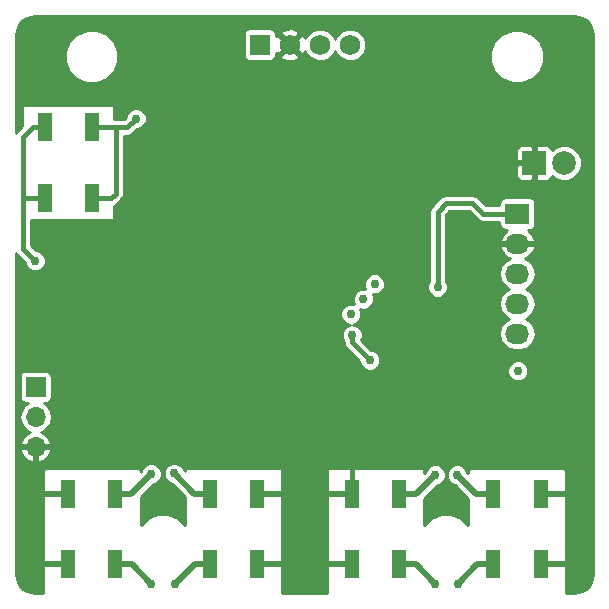
<source format=gtl>
G04 #@! TF.FileFunction,Copper,L1,Top,Signal*
%FSLAX46Y46*%
G04 Gerber Fmt 4.6, Leading zero omitted, Abs format (unit mm)*
G04 Created by KiCad (PCBNEW 4.0.2+dfsg1-stable) date Seg 16 Out 2017 09:01:32 BRST*
%MOMM*%
G01*
G04 APERTURE LIST*
%ADD10C,0.100000*%
%ADD11R,1.200000X2.400000*%
%ADD12R,2.032000X1.727200*%
%ADD13O,2.032000X1.727200*%
%ADD14C,1.727200*%
%ADD15R,1.727200X1.727200*%
%ADD16R,2.000000X2.000000*%
%ADD17C,2.000000*%
%ADD18C,0.762000*%
%ADD19R,1.700000X1.700000*%
%ADD20O,1.700000X1.700000*%
%ADD21C,0.508000*%
%ADD22C,0.381000*%
%ADD23C,0.254000*%
G04 APERTURE END LIST*
D10*
D11*
X37000000Y-40000000D03*
X33000000Y-40000000D03*
X37000000Y-46000000D03*
X33000000Y-46000000D03*
D12*
X73027600Y-47297400D03*
D13*
X73027600Y-49837400D03*
X73027600Y-52377400D03*
X73027600Y-54917400D03*
X73027600Y-57457400D03*
D14*
X56308000Y-33000000D03*
D15*
X51228000Y-33000000D03*
D14*
X58848000Y-33000000D03*
X53768000Y-33000000D03*
D16*
X74460000Y-43000000D03*
D17*
X77000000Y-43000000D03*
D18*
X60937200Y-53241000D03*
X59997400Y-54536400D03*
X58930600Y-55806400D03*
X73053000Y-60607000D03*
D11*
X39000000Y-71000000D03*
X35000000Y-71000000D03*
X39000000Y-77000000D03*
X35000000Y-77000000D03*
X47000000Y-77000000D03*
X51000000Y-77000000D03*
X47000000Y-71000000D03*
X51000000Y-71000000D03*
X63000000Y-71000000D03*
X59000000Y-71000000D03*
X63000000Y-77000000D03*
X59000000Y-77000000D03*
X71000000Y-77000000D03*
X75000000Y-77000000D03*
X71000000Y-71000000D03*
X75000000Y-71000000D03*
D19*
X32250000Y-61960000D03*
D20*
X32250000Y-64500000D03*
X32250000Y-67040000D03*
D18*
X36959600Y-50726400D03*
X31219200Y-56619200D03*
X67579740Y-44506347D03*
X65633022Y-43583047D03*
X65425000Y-46150000D03*
X64391600Y-32895600D03*
X69333235Y-32992684D03*
X77277181Y-32645407D03*
X77233772Y-37377048D03*
X54942800Y-57000200D03*
X48415000Y-57101800D03*
X43106400Y-54688800D03*
X61597600Y-62385000D03*
X61149686Y-64545425D03*
X44274800Y-61394400D03*
X44299943Y-64084947D03*
X78590200Y-45189200D03*
X78361600Y-51463000D03*
X78463200Y-58092400D03*
X78488600Y-65153600D03*
X49761200Y-37061200D03*
X44097000Y-38153400D03*
X59667200Y-42242800D03*
X55857200Y-38585200D03*
X32448024Y-33970921D03*
X44808200Y-34064000D03*
X68198051Y-47369920D03*
X77904400Y-70995600D03*
X32159000Y-70970200D03*
X77904400Y-77015400D03*
X55146000Y-71000000D03*
X55164908Y-77007313D03*
X32159000Y-77015400D03*
X60530800Y-59700200D03*
X59032200Y-57584400D03*
X66271200Y-53520400D03*
X42039600Y-78666400D03*
X42038728Y-69315737D03*
X44046200Y-78691800D03*
X43970000Y-69293800D03*
X66093400Y-78615600D03*
X66093400Y-69395400D03*
X67973000Y-78615600D03*
X67922200Y-69420800D03*
X32195289Y-51285200D03*
X40744200Y-39245600D03*
D21*
X75000000Y-77000000D02*
X77889000Y-77000000D01*
X77889000Y-77000000D02*
X77904400Y-77015400D01*
X75000000Y-71000000D02*
X77900000Y-71000000D01*
X77900000Y-71000000D02*
X77904400Y-70995600D01*
X51000000Y-77000000D02*
X55157595Y-77000000D01*
X55157595Y-77000000D02*
X55164908Y-77007313D01*
X59000000Y-77000000D02*
X55172221Y-77000000D01*
X55172221Y-77000000D02*
X55164908Y-77007313D01*
X59000000Y-71000000D02*
X55146000Y-71000000D01*
X51000000Y-71000000D02*
X55146000Y-71000000D01*
X35000000Y-77000000D02*
X32174400Y-77000000D01*
X32174400Y-77000000D02*
X32159000Y-77015400D01*
X35000000Y-71000000D02*
X32188800Y-71000000D01*
X32188800Y-71000000D02*
X32159000Y-70970200D01*
D22*
X30762000Y-66754081D02*
X30762000Y-57076400D01*
X30762000Y-57076400D02*
X31219200Y-56619200D01*
X32250000Y-67040000D02*
X31047919Y-67040000D01*
X31047919Y-67040000D02*
X30762000Y-66754081D01*
X65425000Y-46150000D02*
X67068653Y-44506347D01*
X67068653Y-44506347D02*
X67579740Y-44506347D01*
X77233772Y-32688816D02*
X77277181Y-32645407D01*
X77233772Y-37377048D02*
X77233772Y-32688816D01*
X74460000Y-40150820D02*
X76852773Y-37758047D01*
X74460000Y-43000000D02*
X74460000Y-40150820D01*
X76852773Y-37758047D02*
X77233772Y-37377048D01*
X48415000Y-57101800D02*
X54841200Y-57101800D01*
X54841200Y-57101800D02*
X54942800Y-57000200D01*
X44274800Y-61394400D02*
X44274800Y-55857200D01*
X44274800Y-55857200D02*
X43106400Y-54688800D01*
X61149686Y-64545425D02*
X61149686Y-62832914D01*
X61149686Y-62832914D02*
X61597600Y-62385000D01*
X60768687Y-64926424D02*
X61149686Y-64545425D01*
X59000000Y-66695111D02*
X60768687Y-64926424D01*
X59000000Y-71000000D02*
X59000000Y-66695111D01*
X78361600Y-51463000D02*
X78361600Y-45417800D01*
X78361600Y-45417800D02*
X78590200Y-45189200D01*
X78488600Y-65153600D02*
X78488600Y-58117800D01*
X78488600Y-58117800D02*
X78463200Y-58092400D01*
X44097000Y-38153400D02*
X45189200Y-37061200D01*
X45189200Y-37061200D02*
X49761200Y-37061200D01*
X50269200Y-37950200D02*
X55222200Y-37950200D01*
X55222200Y-37950200D02*
X55857200Y-38585200D01*
X46383000Y-34064000D02*
X50269200Y-37950200D01*
X44808200Y-34064000D02*
X46383000Y-34064000D01*
X68579050Y-47750919D02*
X68198051Y-47369920D01*
X70665531Y-49837400D02*
X68579050Y-47750919D01*
X73027600Y-49837400D02*
X70665531Y-49837400D01*
X77904400Y-70995600D02*
X77904400Y-77015400D01*
X32159000Y-70970200D02*
X32159000Y-77015400D01*
X55164908Y-71018908D02*
X55146000Y-71000000D01*
X59032200Y-58201600D02*
X60530800Y-59700200D01*
X59032200Y-57584400D02*
X59032200Y-58201600D01*
X69192200Y-46408400D02*
X70081200Y-47297400D01*
X70081200Y-47297400D02*
X73027600Y-47297400D01*
X66982400Y-46408400D02*
X69192200Y-46408400D01*
X66271200Y-47119600D02*
X66982400Y-46408400D01*
X66271200Y-53520400D02*
X66271200Y-47119600D01*
D21*
X39000000Y-77000000D02*
X40373200Y-77000000D01*
X40373200Y-77000000D02*
X42039600Y-78666400D01*
X39000000Y-71000000D02*
X40354465Y-71000000D01*
X40354465Y-71000000D02*
X42038728Y-69315737D01*
X47000000Y-71000000D02*
X45676200Y-71000000D01*
X45676200Y-71000000D02*
X43970000Y-69293800D01*
X47000000Y-77000000D02*
X45738000Y-77000000D01*
X45738000Y-77000000D02*
X44046200Y-78691800D01*
X63000000Y-77000000D02*
X64477800Y-77000000D01*
X64477800Y-77000000D02*
X66093400Y-78615600D01*
X63000000Y-71000000D02*
X64488800Y-71000000D01*
X64488800Y-71000000D02*
X66093400Y-69395400D01*
X71000000Y-77000000D02*
X69588600Y-77000000D01*
X69588600Y-77000000D02*
X67973000Y-78615600D01*
X71000000Y-71000000D02*
X69501400Y-71000000D01*
X69501400Y-71000000D02*
X67922200Y-69420800D01*
D22*
X31191025Y-40827975D02*
X31191025Y-46002000D01*
X31191025Y-46002000D02*
X31191025Y-50280936D01*
X33000000Y-46000000D02*
X32019000Y-46000000D01*
X32019000Y-46000000D02*
X32017000Y-46002000D01*
X32017000Y-46002000D02*
X31191025Y-46002000D01*
X33000000Y-40000000D02*
X32019000Y-40000000D01*
X32019000Y-40000000D02*
X31191025Y-40827975D01*
X31191025Y-50280936D02*
X32195289Y-51285200D01*
X39989800Y-40000000D02*
X39017000Y-40000000D01*
X39017000Y-40000000D02*
X37000000Y-40000000D01*
X38610600Y-46002000D02*
X39017000Y-45595600D01*
X39017000Y-45595600D02*
X39017000Y-40000000D01*
X37983000Y-46002000D02*
X38610600Y-46002000D01*
X37000000Y-46000000D02*
X37981000Y-46000000D01*
X37981000Y-46000000D02*
X37983000Y-46002000D01*
X40744200Y-39245600D02*
X39989800Y-40000000D01*
D23*
G36*
X77881385Y-30596317D02*
X78528136Y-30724964D01*
X78975871Y-31024131D01*
X79275036Y-31471863D01*
X79403682Y-32118615D01*
X79417000Y-32150768D01*
X79417000Y-77849232D01*
X79403682Y-77881385D01*
X79275036Y-78528137D01*
X78975871Y-78975869D01*
X78528136Y-79275036D01*
X77881385Y-79403683D01*
X77849235Y-79417000D01*
X77127000Y-79417000D01*
X77127000Y-69000000D01*
X77116994Y-68950590D01*
X77088553Y-68908965D01*
X77046159Y-68881685D01*
X77000000Y-68873000D01*
X69000000Y-68873000D01*
X68950590Y-68883006D01*
X68908965Y-68911447D01*
X68881685Y-68953841D01*
X68873000Y-69000000D01*
X68873000Y-69293970D01*
X68802609Y-69223579D01*
X68676297Y-68917880D01*
X68426436Y-68667582D01*
X68099809Y-68531954D01*
X67746143Y-68531646D01*
X67419280Y-68666703D01*
X67168982Y-68916564D01*
X67033354Y-69243191D01*
X67033046Y-69596857D01*
X67168103Y-69923720D01*
X67417964Y-70174018D01*
X67725481Y-70301711D01*
X68873000Y-71449230D01*
X68873000Y-73680187D01*
X68280724Y-73086877D01*
X67451114Y-72742393D01*
X66552826Y-72741609D01*
X65722617Y-73084644D01*
X65127000Y-73679223D01*
X65127000Y-71439430D01*
X66290621Y-70275809D01*
X66596320Y-70149497D01*
X66846618Y-69899636D01*
X66982246Y-69573009D01*
X66982554Y-69219343D01*
X66847497Y-68892480D01*
X66597636Y-68642182D01*
X66271009Y-68506554D01*
X65917343Y-68506246D01*
X65590480Y-68641303D01*
X65340182Y-68891164D01*
X65212489Y-69198681D01*
X65127000Y-69284170D01*
X65127000Y-69000000D01*
X65116994Y-68950590D01*
X65088553Y-68908965D01*
X65046159Y-68881685D01*
X65000000Y-68873000D01*
X57000000Y-68873000D01*
X56950590Y-68883006D01*
X56908965Y-68911447D01*
X56881685Y-68953841D01*
X56873000Y-69000000D01*
X56873000Y-79417000D01*
X53127000Y-79417000D01*
X53127000Y-69000000D01*
X53116994Y-68950590D01*
X53088553Y-68908965D01*
X53046159Y-68881685D01*
X53000000Y-68873000D01*
X45000000Y-68873000D01*
X44950590Y-68883006D01*
X44908965Y-68911447D01*
X44881685Y-68953841D01*
X44873000Y-69000000D01*
X44873000Y-69119170D01*
X44850409Y-69096579D01*
X44724097Y-68790880D01*
X44474236Y-68540582D01*
X44147609Y-68404954D01*
X43793943Y-68404646D01*
X43467080Y-68539703D01*
X43216782Y-68789564D01*
X43081154Y-69116191D01*
X43080846Y-69469857D01*
X43215903Y-69796720D01*
X43465764Y-70047018D01*
X43773281Y-70174711D01*
X44873000Y-71274430D01*
X44873000Y-73680187D01*
X44280724Y-73086877D01*
X43451114Y-72742393D01*
X42552826Y-72741609D01*
X41722617Y-73084644D01*
X41127000Y-73679223D01*
X41127000Y-71305095D01*
X42235950Y-70196146D01*
X42541648Y-70069834D01*
X42791946Y-69819973D01*
X42927574Y-69493346D01*
X42927882Y-69139680D01*
X42792825Y-68812817D01*
X42542964Y-68562519D01*
X42216337Y-68426891D01*
X41862671Y-68426583D01*
X41535808Y-68561640D01*
X41285510Y-68811501D01*
X41157818Y-69119016D01*
X41127000Y-69149834D01*
X41127000Y-69000000D01*
X41116994Y-68950590D01*
X41088553Y-68908965D01*
X41046159Y-68881685D01*
X41000000Y-68873000D01*
X33000000Y-68873000D01*
X32950590Y-68883006D01*
X32908965Y-68911447D01*
X32881685Y-68953841D01*
X32873000Y-69000000D01*
X32873000Y-79417000D01*
X32150768Y-79417000D01*
X32118615Y-79403682D01*
X31471863Y-79275036D01*
X31024131Y-78975871D01*
X30724964Y-78528136D01*
X30596317Y-77881385D01*
X30583000Y-77849235D01*
X30583000Y-67376943D01*
X30934465Y-67376943D01*
X31081513Y-67731976D01*
X31435266Y-68126463D01*
X31913055Y-68355546D01*
X32123000Y-68265059D01*
X32123000Y-67167000D01*
X32377000Y-67167000D01*
X32377000Y-68265059D01*
X32586945Y-68355546D01*
X33064734Y-68126463D01*
X33418487Y-67731976D01*
X33565535Y-67376943D01*
X33474431Y-67167000D01*
X32377000Y-67167000D01*
X32123000Y-67167000D01*
X31025569Y-67167000D01*
X30934465Y-67376943D01*
X30583000Y-67376943D01*
X30583000Y-64500000D01*
X30865395Y-64500000D01*
X30968767Y-65019684D01*
X31263144Y-65460251D01*
X31703711Y-65754628D01*
X31807192Y-65775212D01*
X31435266Y-65953537D01*
X31081513Y-66348024D01*
X30934465Y-66703057D01*
X31025569Y-66913000D01*
X32123000Y-66913000D01*
X32123000Y-66893000D01*
X32377000Y-66893000D01*
X32377000Y-66913000D01*
X33474431Y-66913000D01*
X33565535Y-66703057D01*
X33418487Y-66348024D01*
X33064734Y-65953537D01*
X32692808Y-65775212D01*
X32796289Y-65754628D01*
X33236856Y-65460251D01*
X33531233Y-65019684D01*
X33634605Y-64500000D01*
X33531233Y-63980316D01*
X33236856Y-63539749D01*
X32919879Y-63327952D01*
X33100000Y-63327952D01*
X33288253Y-63292530D01*
X33461153Y-63181272D01*
X33577145Y-63011512D01*
X33617952Y-62810000D01*
X33617952Y-61110000D01*
X33582530Y-60921747D01*
X33493286Y-60783057D01*
X72163846Y-60783057D01*
X72298903Y-61109920D01*
X72548764Y-61360218D01*
X72875391Y-61495846D01*
X73229057Y-61496154D01*
X73555920Y-61361097D01*
X73806218Y-61111236D01*
X73941846Y-60784609D01*
X73942154Y-60430943D01*
X73807097Y-60104080D01*
X73557236Y-59853782D01*
X73230609Y-59718154D01*
X72876943Y-59717846D01*
X72550080Y-59852903D01*
X72299782Y-60102764D01*
X72164154Y-60429391D01*
X72163846Y-60783057D01*
X33493286Y-60783057D01*
X33471272Y-60748847D01*
X33301512Y-60632855D01*
X33100000Y-60592048D01*
X31400000Y-60592048D01*
X31211747Y-60627470D01*
X31038847Y-60738728D01*
X30922855Y-60908488D01*
X30882048Y-61110000D01*
X30882048Y-62810000D01*
X30917470Y-62998253D01*
X31028728Y-63171153D01*
X31198488Y-63287145D01*
X31400000Y-63327952D01*
X31580121Y-63327952D01*
X31263144Y-63539749D01*
X30968767Y-63980316D01*
X30865395Y-64500000D01*
X30583000Y-64500000D01*
X30583000Y-55982457D01*
X58041446Y-55982457D01*
X58176503Y-56309320D01*
X58426364Y-56559618D01*
X58752991Y-56695246D01*
X58855926Y-56695336D01*
X58529280Y-56830303D01*
X58278982Y-57080164D01*
X58143354Y-57406791D01*
X58143046Y-57760457D01*
X58278103Y-58087320D01*
X58333700Y-58143014D01*
X58333700Y-58201600D01*
X58386870Y-58468905D01*
X58538286Y-58695514D01*
X59641713Y-59798941D01*
X59641646Y-59876257D01*
X59776703Y-60203120D01*
X60026564Y-60453418D01*
X60353191Y-60589046D01*
X60706857Y-60589354D01*
X61033720Y-60454297D01*
X61284018Y-60204436D01*
X61419646Y-59877809D01*
X61419954Y-59524143D01*
X61284897Y-59197280D01*
X61035036Y-58946982D01*
X60708409Y-58811354D01*
X60629713Y-58811285D01*
X59821110Y-58002682D01*
X59921046Y-57762009D01*
X59921354Y-57408343D01*
X59786297Y-57081480D01*
X59536436Y-56831182D01*
X59209809Y-56695554D01*
X59106874Y-56695464D01*
X59433520Y-56560497D01*
X59683818Y-56310636D01*
X59819446Y-55984009D01*
X59819754Y-55630343D01*
X59717451Y-55382750D01*
X59819791Y-55425246D01*
X60173457Y-55425554D01*
X60500320Y-55290497D01*
X60750618Y-55040636D01*
X60886246Y-54714009D01*
X60886554Y-54360343D01*
X60791326Y-54129874D01*
X61113257Y-54130154D01*
X61440120Y-53995097D01*
X61690418Y-53745236D01*
X61710672Y-53696457D01*
X65382046Y-53696457D01*
X65517103Y-54023320D01*
X65766964Y-54273618D01*
X66093591Y-54409246D01*
X66447257Y-54409554D01*
X66774120Y-54274497D01*
X67024418Y-54024636D01*
X67160046Y-53698009D01*
X67160354Y-53344343D01*
X67025297Y-53017480D01*
X66969700Y-52961786D01*
X66969700Y-52377400D01*
X71473743Y-52377400D01*
X71578150Y-52902289D01*
X71875475Y-53347268D01*
X72320454Y-53644593D01*
X72334566Y-53647400D01*
X72320454Y-53650207D01*
X71875475Y-53947532D01*
X71578150Y-54392511D01*
X71473743Y-54917400D01*
X71578150Y-55442289D01*
X71875475Y-55887268D01*
X72320454Y-56184593D01*
X72334566Y-56187400D01*
X72320454Y-56190207D01*
X71875475Y-56487532D01*
X71578150Y-56932511D01*
X71473743Y-57457400D01*
X71578150Y-57982289D01*
X71875475Y-58427268D01*
X72320454Y-58724593D01*
X72845343Y-58829000D01*
X73209857Y-58829000D01*
X73734746Y-58724593D01*
X74179725Y-58427268D01*
X74477050Y-57982289D01*
X74581457Y-57457400D01*
X74477050Y-56932511D01*
X74179725Y-56487532D01*
X73734746Y-56190207D01*
X73720634Y-56187400D01*
X73734746Y-56184593D01*
X74179725Y-55887268D01*
X74477050Y-55442289D01*
X74581457Y-54917400D01*
X74477050Y-54392511D01*
X74179725Y-53947532D01*
X73734746Y-53650207D01*
X73720634Y-53647400D01*
X73734746Y-53644593D01*
X74179725Y-53347268D01*
X74477050Y-52902289D01*
X74581457Y-52377400D01*
X74477050Y-51852511D01*
X74179725Y-51407532D01*
X73734746Y-51110207D01*
X73661565Y-51095650D01*
X73875615Y-51021152D01*
X74275667Y-50664844D01*
X74508913Y-50182565D01*
X74509027Y-50176480D01*
X74418103Y-49964400D01*
X73154600Y-49964400D01*
X73154600Y-49984400D01*
X72900600Y-49984400D01*
X72900600Y-49964400D01*
X71637097Y-49964400D01*
X71546173Y-50176480D01*
X71546287Y-50182565D01*
X71779533Y-50664844D01*
X72179585Y-51021152D01*
X72393635Y-51095650D01*
X72320454Y-51110207D01*
X71875475Y-51407532D01*
X71578150Y-51852511D01*
X71473743Y-52377400D01*
X66969700Y-52377400D01*
X66969700Y-47408928D01*
X67271728Y-47106900D01*
X68902872Y-47106900D01*
X69587286Y-47791314D01*
X69813895Y-47942730D01*
X70081200Y-47995900D01*
X71493648Y-47995900D01*
X71493648Y-48161000D01*
X71529070Y-48349253D01*
X71640328Y-48522153D01*
X71810088Y-48638145D01*
X72011600Y-48678952D01*
X72151174Y-48678952D01*
X71779533Y-49009956D01*
X71546287Y-49492235D01*
X71546173Y-49498320D01*
X71637097Y-49710400D01*
X72900600Y-49710400D01*
X72900600Y-49690400D01*
X73154600Y-49690400D01*
X73154600Y-49710400D01*
X74418103Y-49710400D01*
X74509027Y-49498320D01*
X74508913Y-49492235D01*
X74275667Y-49009956D01*
X73904026Y-48678952D01*
X74043600Y-48678952D01*
X74231853Y-48643530D01*
X74404753Y-48532272D01*
X74520745Y-48362512D01*
X74561552Y-48161000D01*
X74561552Y-46433800D01*
X74526130Y-46245547D01*
X74414872Y-46072647D01*
X74245112Y-45956655D01*
X74043600Y-45915848D01*
X72011600Y-45915848D01*
X71823347Y-45951270D01*
X71650447Y-46062528D01*
X71534455Y-46232288D01*
X71493648Y-46433800D01*
X71493648Y-46598900D01*
X70370528Y-46598900D01*
X69686114Y-45914486D01*
X69459505Y-45763070D01*
X69192200Y-45709900D01*
X66982400Y-45709900D01*
X66715095Y-45763070D01*
X66488486Y-45914486D01*
X65777286Y-46625686D01*
X65625870Y-46852295D01*
X65625870Y-46852296D01*
X65572700Y-47119600D01*
X65572700Y-52961542D01*
X65517982Y-53016164D01*
X65382354Y-53342791D01*
X65382046Y-53696457D01*
X61710672Y-53696457D01*
X61826046Y-53418609D01*
X61826354Y-53064943D01*
X61691297Y-52738080D01*
X61441436Y-52487782D01*
X61114809Y-52352154D01*
X60761143Y-52351846D01*
X60434280Y-52486903D01*
X60183982Y-52736764D01*
X60048354Y-53063391D01*
X60048046Y-53417057D01*
X60143274Y-53647526D01*
X59821343Y-53647246D01*
X59494480Y-53782303D01*
X59244182Y-54032164D01*
X59108554Y-54358791D01*
X59108246Y-54712457D01*
X59210549Y-54960050D01*
X59108209Y-54917554D01*
X58754543Y-54917246D01*
X58427680Y-55052303D01*
X58177382Y-55302164D01*
X58041754Y-55628791D01*
X58041446Y-55982457D01*
X30583000Y-55982457D01*
X30583000Y-50604072D01*
X30697111Y-50774850D01*
X31306202Y-51383941D01*
X31306135Y-51461257D01*
X31441192Y-51788120D01*
X31691053Y-52038418D01*
X32017680Y-52174046D01*
X32371346Y-52174354D01*
X32698209Y-52039297D01*
X32948507Y-51789436D01*
X33084135Y-51462809D01*
X33084443Y-51109143D01*
X32949386Y-50782280D01*
X32699525Y-50531982D01*
X32372898Y-50396354D01*
X32294202Y-50396285D01*
X31889525Y-49991608D01*
X31889525Y-47877000D01*
X38750000Y-47877000D01*
X38799410Y-47866994D01*
X38841035Y-47838553D01*
X38868315Y-47796159D01*
X38877000Y-47750000D01*
X38877000Y-46647510D01*
X38877905Y-46647330D01*
X39104514Y-46495914D01*
X39510914Y-46089514D01*
X39570725Y-46000000D01*
X39662330Y-45862904D01*
X39715500Y-45595600D01*
X39715500Y-43254000D01*
X72952000Y-43254000D01*
X72952000Y-44101047D01*
X73029338Y-44287758D01*
X73172241Y-44430661D01*
X73358952Y-44508000D01*
X74206000Y-44508000D01*
X74333000Y-44381000D01*
X74333000Y-43127000D01*
X73079000Y-43127000D01*
X72952000Y-43254000D01*
X39715500Y-43254000D01*
X39715500Y-41898953D01*
X72952000Y-41898953D01*
X72952000Y-42746000D01*
X73079000Y-42873000D01*
X74333000Y-42873000D01*
X74333000Y-41619000D01*
X74587000Y-41619000D01*
X74587000Y-42873000D01*
X74607000Y-42873000D01*
X74607000Y-43127000D01*
X74587000Y-43127000D01*
X74587000Y-44381000D01*
X74714000Y-44508000D01*
X75561048Y-44508000D01*
X75747759Y-44430661D01*
X75890662Y-44287758D01*
X75968000Y-44101047D01*
X75968000Y-44100694D01*
X76144672Y-44277674D01*
X76698724Y-44507737D01*
X77298644Y-44508261D01*
X77853097Y-44279165D01*
X78277674Y-43855328D01*
X78507737Y-43301276D01*
X78508261Y-42701356D01*
X78279165Y-42146903D01*
X77855328Y-41722326D01*
X77301276Y-41492263D01*
X76701356Y-41491739D01*
X76146903Y-41720835D01*
X75968000Y-41899426D01*
X75968000Y-41898953D01*
X75890662Y-41712242D01*
X75747759Y-41569339D01*
X75561048Y-41492000D01*
X74714000Y-41492000D01*
X74587000Y-41619000D01*
X74333000Y-41619000D01*
X74206000Y-41492000D01*
X73358952Y-41492000D01*
X73172241Y-41569339D01*
X73029338Y-41712242D01*
X72952000Y-41898953D01*
X39715500Y-41898953D01*
X39715500Y-40698500D01*
X39989800Y-40698500D01*
X40257105Y-40645330D01*
X40483714Y-40493914D01*
X40842941Y-40134687D01*
X40920257Y-40134754D01*
X41247120Y-39999697D01*
X41497418Y-39749836D01*
X41633046Y-39423209D01*
X41633354Y-39069543D01*
X41498297Y-38742680D01*
X41248436Y-38492382D01*
X40921809Y-38356754D01*
X40568143Y-38356446D01*
X40241280Y-38491503D01*
X39990982Y-38741364D01*
X39855354Y-39067991D01*
X39855285Y-39146687D01*
X39700472Y-39301500D01*
X38877000Y-39301500D01*
X38877000Y-38250000D01*
X38866994Y-38200590D01*
X38838553Y-38158965D01*
X38796159Y-38131685D01*
X38750000Y-38123000D01*
X31250000Y-38123000D01*
X31200590Y-38133006D01*
X31158965Y-38161447D01*
X31131685Y-38203841D01*
X31123000Y-38250000D01*
X31123000Y-39908172D01*
X30697111Y-40334061D01*
X30583000Y-40504839D01*
X30583000Y-34447174D01*
X34741609Y-34447174D01*
X35084644Y-35277383D01*
X35719276Y-35913123D01*
X36548886Y-36257607D01*
X37447174Y-36258391D01*
X38277383Y-35915356D01*
X38913123Y-35280724D01*
X39257607Y-34451114D01*
X39257610Y-34447174D01*
X70741609Y-34447174D01*
X71084644Y-35277383D01*
X71719276Y-35913123D01*
X72548886Y-36257607D01*
X73447174Y-36258391D01*
X74277383Y-35915356D01*
X74913123Y-35280724D01*
X75257607Y-34451114D01*
X75258391Y-33552826D01*
X74915356Y-32722617D01*
X74280724Y-32086877D01*
X73451114Y-31742393D01*
X72552826Y-31741609D01*
X71722617Y-32084644D01*
X71086877Y-32719276D01*
X70742393Y-33548886D01*
X70741609Y-34447174D01*
X39257610Y-34447174D01*
X39258391Y-33552826D01*
X38915356Y-32722617D01*
X38330161Y-32136400D01*
X49846448Y-32136400D01*
X49846448Y-33863600D01*
X49881870Y-34051853D01*
X49993128Y-34224753D01*
X50162888Y-34340745D01*
X50364400Y-34381552D01*
X52091600Y-34381552D01*
X52279853Y-34346130D01*
X52452753Y-34234872D01*
X52568745Y-34065112D01*
X52585095Y-33984372D01*
X52963233Y-33984372D01*
X53052141Y-34201360D01*
X53566373Y-34383859D01*
X54111300Y-34355678D01*
X54483859Y-34201360D01*
X54572767Y-33984372D01*
X53768000Y-33179605D01*
X52963233Y-33984372D01*
X52585095Y-33984372D01*
X52609552Y-33863600D01*
X52609552Y-33733442D01*
X52783628Y-33804767D01*
X53588395Y-33000000D01*
X53947605Y-33000000D01*
X54752372Y-33804767D01*
X54969360Y-33715859D01*
X55038831Y-33520108D01*
X55144536Y-33775934D01*
X55530037Y-34162108D01*
X56033975Y-34371361D01*
X56579631Y-34371837D01*
X57083934Y-34163464D01*
X57470108Y-33777963D01*
X57578007Y-33518113D01*
X57684536Y-33775934D01*
X58070037Y-34162108D01*
X58573975Y-34371361D01*
X59119631Y-34371837D01*
X59623934Y-34163464D01*
X60010108Y-33777963D01*
X60219361Y-33274025D01*
X60219837Y-32728369D01*
X60011464Y-32224066D01*
X59625963Y-31837892D01*
X59122025Y-31628639D01*
X58576369Y-31628163D01*
X58072066Y-31836536D01*
X57685892Y-32222037D01*
X57577993Y-32481887D01*
X57471464Y-32224066D01*
X57085963Y-31837892D01*
X56582025Y-31628639D01*
X56036369Y-31628163D01*
X55532066Y-31836536D01*
X55145892Y-32222037D01*
X55044639Y-32465882D01*
X54969360Y-32284141D01*
X54752372Y-32195233D01*
X53947605Y-33000000D01*
X53588395Y-33000000D01*
X52783628Y-32195233D01*
X52609552Y-32266558D01*
X52609552Y-32136400D01*
X52586828Y-32015628D01*
X52963233Y-32015628D01*
X53768000Y-32820395D01*
X54572767Y-32015628D01*
X54483859Y-31798640D01*
X53969627Y-31616141D01*
X53424700Y-31644322D01*
X53052141Y-31798640D01*
X52963233Y-32015628D01*
X52586828Y-32015628D01*
X52574130Y-31948147D01*
X52462872Y-31775247D01*
X52293112Y-31659255D01*
X52091600Y-31618448D01*
X50364400Y-31618448D01*
X50176147Y-31653870D01*
X50003247Y-31765128D01*
X49887255Y-31934888D01*
X49846448Y-32136400D01*
X38330161Y-32136400D01*
X38280724Y-32086877D01*
X37451114Y-31742393D01*
X36552826Y-31741609D01*
X35722617Y-32084644D01*
X35086877Y-32719276D01*
X34742393Y-33548886D01*
X34741609Y-34447174D01*
X30583000Y-34447174D01*
X30583000Y-32150765D01*
X30596317Y-32118615D01*
X30724964Y-31471864D01*
X31024131Y-31024129D01*
X31471863Y-30724964D01*
X32118615Y-30596318D01*
X32150768Y-30583000D01*
X77849235Y-30583000D01*
X77881385Y-30596317D01*
X77881385Y-30596317D01*
G37*
X77881385Y-30596317D02*
X78528136Y-30724964D01*
X78975871Y-31024131D01*
X79275036Y-31471863D01*
X79403682Y-32118615D01*
X79417000Y-32150768D01*
X79417000Y-77849232D01*
X79403682Y-77881385D01*
X79275036Y-78528137D01*
X78975871Y-78975869D01*
X78528136Y-79275036D01*
X77881385Y-79403683D01*
X77849235Y-79417000D01*
X77127000Y-79417000D01*
X77127000Y-69000000D01*
X77116994Y-68950590D01*
X77088553Y-68908965D01*
X77046159Y-68881685D01*
X77000000Y-68873000D01*
X69000000Y-68873000D01*
X68950590Y-68883006D01*
X68908965Y-68911447D01*
X68881685Y-68953841D01*
X68873000Y-69000000D01*
X68873000Y-69293970D01*
X68802609Y-69223579D01*
X68676297Y-68917880D01*
X68426436Y-68667582D01*
X68099809Y-68531954D01*
X67746143Y-68531646D01*
X67419280Y-68666703D01*
X67168982Y-68916564D01*
X67033354Y-69243191D01*
X67033046Y-69596857D01*
X67168103Y-69923720D01*
X67417964Y-70174018D01*
X67725481Y-70301711D01*
X68873000Y-71449230D01*
X68873000Y-73680187D01*
X68280724Y-73086877D01*
X67451114Y-72742393D01*
X66552826Y-72741609D01*
X65722617Y-73084644D01*
X65127000Y-73679223D01*
X65127000Y-71439430D01*
X66290621Y-70275809D01*
X66596320Y-70149497D01*
X66846618Y-69899636D01*
X66982246Y-69573009D01*
X66982554Y-69219343D01*
X66847497Y-68892480D01*
X66597636Y-68642182D01*
X66271009Y-68506554D01*
X65917343Y-68506246D01*
X65590480Y-68641303D01*
X65340182Y-68891164D01*
X65212489Y-69198681D01*
X65127000Y-69284170D01*
X65127000Y-69000000D01*
X65116994Y-68950590D01*
X65088553Y-68908965D01*
X65046159Y-68881685D01*
X65000000Y-68873000D01*
X57000000Y-68873000D01*
X56950590Y-68883006D01*
X56908965Y-68911447D01*
X56881685Y-68953841D01*
X56873000Y-69000000D01*
X56873000Y-79417000D01*
X53127000Y-79417000D01*
X53127000Y-69000000D01*
X53116994Y-68950590D01*
X53088553Y-68908965D01*
X53046159Y-68881685D01*
X53000000Y-68873000D01*
X45000000Y-68873000D01*
X44950590Y-68883006D01*
X44908965Y-68911447D01*
X44881685Y-68953841D01*
X44873000Y-69000000D01*
X44873000Y-69119170D01*
X44850409Y-69096579D01*
X44724097Y-68790880D01*
X44474236Y-68540582D01*
X44147609Y-68404954D01*
X43793943Y-68404646D01*
X43467080Y-68539703D01*
X43216782Y-68789564D01*
X43081154Y-69116191D01*
X43080846Y-69469857D01*
X43215903Y-69796720D01*
X43465764Y-70047018D01*
X43773281Y-70174711D01*
X44873000Y-71274430D01*
X44873000Y-73680187D01*
X44280724Y-73086877D01*
X43451114Y-72742393D01*
X42552826Y-72741609D01*
X41722617Y-73084644D01*
X41127000Y-73679223D01*
X41127000Y-71305095D01*
X42235950Y-70196146D01*
X42541648Y-70069834D01*
X42791946Y-69819973D01*
X42927574Y-69493346D01*
X42927882Y-69139680D01*
X42792825Y-68812817D01*
X42542964Y-68562519D01*
X42216337Y-68426891D01*
X41862671Y-68426583D01*
X41535808Y-68561640D01*
X41285510Y-68811501D01*
X41157818Y-69119016D01*
X41127000Y-69149834D01*
X41127000Y-69000000D01*
X41116994Y-68950590D01*
X41088553Y-68908965D01*
X41046159Y-68881685D01*
X41000000Y-68873000D01*
X33000000Y-68873000D01*
X32950590Y-68883006D01*
X32908965Y-68911447D01*
X32881685Y-68953841D01*
X32873000Y-69000000D01*
X32873000Y-79417000D01*
X32150768Y-79417000D01*
X32118615Y-79403682D01*
X31471863Y-79275036D01*
X31024131Y-78975871D01*
X30724964Y-78528136D01*
X30596317Y-77881385D01*
X30583000Y-77849235D01*
X30583000Y-67376943D01*
X30934465Y-67376943D01*
X31081513Y-67731976D01*
X31435266Y-68126463D01*
X31913055Y-68355546D01*
X32123000Y-68265059D01*
X32123000Y-67167000D01*
X32377000Y-67167000D01*
X32377000Y-68265059D01*
X32586945Y-68355546D01*
X33064734Y-68126463D01*
X33418487Y-67731976D01*
X33565535Y-67376943D01*
X33474431Y-67167000D01*
X32377000Y-67167000D01*
X32123000Y-67167000D01*
X31025569Y-67167000D01*
X30934465Y-67376943D01*
X30583000Y-67376943D01*
X30583000Y-64500000D01*
X30865395Y-64500000D01*
X30968767Y-65019684D01*
X31263144Y-65460251D01*
X31703711Y-65754628D01*
X31807192Y-65775212D01*
X31435266Y-65953537D01*
X31081513Y-66348024D01*
X30934465Y-66703057D01*
X31025569Y-66913000D01*
X32123000Y-66913000D01*
X32123000Y-66893000D01*
X32377000Y-66893000D01*
X32377000Y-66913000D01*
X33474431Y-66913000D01*
X33565535Y-66703057D01*
X33418487Y-66348024D01*
X33064734Y-65953537D01*
X32692808Y-65775212D01*
X32796289Y-65754628D01*
X33236856Y-65460251D01*
X33531233Y-65019684D01*
X33634605Y-64500000D01*
X33531233Y-63980316D01*
X33236856Y-63539749D01*
X32919879Y-63327952D01*
X33100000Y-63327952D01*
X33288253Y-63292530D01*
X33461153Y-63181272D01*
X33577145Y-63011512D01*
X33617952Y-62810000D01*
X33617952Y-61110000D01*
X33582530Y-60921747D01*
X33493286Y-60783057D01*
X72163846Y-60783057D01*
X72298903Y-61109920D01*
X72548764Y-61360218D01*
X72875391Y-61495846D01*
X73229057Y-61496154D01*
X73555920Y-61361097D01*
X73806218Y-61111236D01*
X73941846Y-60784609D01*
X73942154Y-60430943D01*
X73807097Y-60104080D01*
X73557236Y-59853782D01*
X73230609Y-59718154D01*
X72876943Y-59717846D01*
X72550080Y-59852903D01*
X72299782Y-60102764D01*
X72164154Y-60429391D01*
X72163846Y-60783057D01*
X33493286Y-60783057D01*
X33471272Y-60748847D01*
X33301512Y-60632855D01*
X33100000Y-60592048D01*
X31400000Y-60592048D01*
X31211747Y-60627470D01*
X31038847Y-60738728D01*
X30922855Y-60908488D01*
X30882048Y-61110000D01*
X30882048Y-62810000D01*
X30917470Y-62998253D01*
X31028728Y-63171153D01*
X31198488Y-63287145D01*
X31400000Y-63327952D01*
X31580121Y-63327952D01*
X31263144Y-63539749D01*
X30968767Y-63980316D01*
X30865395Y-64500000D01*
X30583000Y-64500000D01*
X30583000Y-55982457D01*
X58041446Y-55982457D01*
X58176503Y-56309320D01*
X58426364Y-56559618D01*
X58752991Y-56695246D01*
X58855926Y-56695336D01*
X58529280Y-56830303D01*
X58278982Y-57080164D01*
X58143354Y-57406791D01*
X58143046Y-57760457D01*
X58278103Y-58087320D01*
X58333700Y-58143014D01*
X58333700Y-58201600D01*
X58386870Y-58468905D01*
X58538286Y-58695514D01*
X59641713Y-59798941D01*
X59641646Y-59876257D01*
X59776703Y-60203120D01*
X60026564Y-60453418D01*
X60353191Y-60589046D01*
X60706857Y-60589354D01*
X61033720Y-60454297D01*
X61284018Y-60204436D01*
X61419646Y-59877809D01*
X61419954Y-59524143D01*
X61284897Y-59197280D01*
X61035036Y-58946982D01*
X60708409Y-58811354D01*
X60629713Y-58811285D01*
X59821110Y-58002682D01*
X59921046Y-57762009D01*
X59921354Y-57408343D01*
X59786297Y-57081480D01*
X59536436Y-56831182D01*
X59209809Y-56695554D01*
X59106874Y-56695464D01*
X59433520Y-56560497D01*
X59683818Y-56310636D01*
X59819446Y-55984009D01*
X59819754Y-55630343D01*
X59717451Y-55382750D01*
X59819791Y-55425246D01*
X60173457Y-55425554D01*
X60500320Y-55290497D01*
X60750618Y-55040636D01*
X60886246Y-54714009D01*
X60886554Y-54360343D01*
X60791326Y-54129874D01*
X61113257Y-54130154D01*
X61440120Y-53995097D01*
X61690418Y-53745236D01*
X61710672Y-53696457D01*
X65382046Y-53696457D01*
X65517103Y-54023320D01*
X65766964Y-54273618D01*
X66093591Y-54409246D01*
X66447257Y-54409554D01*
X66774120Y-54274497D01*
X67024418Y-54024636D01*
X67160046Y-53698009D01*
X67160354Y-53344343D01*
X67025297Y-53017480D01*
X66969700Y-52961786D01*
X66969700Y-52377400D01*
X71473743Y-52377400D01*
X71578150Y-52902289D01*
X71875475Y-53347268D01*
X72320454Y-53644593D01*
X72334566Y-53647400D01*
X72320454Y-53650207D01*
X71875475Y-53947532D01*
X71578150Y-54392511D01*
X71473743Y-54917400D01*
X71578150Y-55442289D01*
X71875475Y-55887268D01*
X72320454Y-56184593D01*
X72334566Y-56187400D01*
X72320454Y-56190207D01*
X71875475Y-56487532D01*
X71578150Y-56932511D01*
X71473743Y-57457400D01*
X71578150Y-57982289D01*
X71875475Y-58427268D01*
X72320454Y-58724593D01*
X72845343Y-58829000D01*
X73209857Y-58829000D01*
X73734746Y-58724593D01*
X74179725Y-58427268D01*
X74477050Y-57982289D01*
X74581457Y-57457400D01*
X74477050Y-56932511D01*
X74179725Y-56487532D01*
X73734746Y-56190207D01*
X73720634Y-56187400D01*
X73734746Y-56184593D01*
X74179725Y-55887268D01*
X74477050Y-55442289D01*
X74581457Y-54917400D01*
X74477050Y-54392511D01*
X74179725Y-53947532D01*
X73734746Y-53650207D01*
X73720634Y-53647400D01*
X73734746Y-53644593D01*
X74179725Y-53347268D01*
X74477050Y-52902289D01*
X74581457Y-52377400D01*
X74477050Y-51852511D01*
X74179725Y-51407532D01*
X73734746Y-51110207D01*
X73661565Y-51095650D01*
X73875615Y-51021152D01*
X74275667Y-50664844D01*
X74508913Y-50182565D01*
X74509027Y-50176480D01*
X74418103Y-49964400D01*
X73154600Y-49964400D01*
X73154600Y-49984400D01*
X72900600Y-49984400D01*
X72900600Y-49964400D01*
X71637097Y-49964400D01*
X71546173Y-50176480D01*
X71546287Y-50182565D01*
X71779533Y-50664844D01*
X72179585Y-51021152D01*
X72393635Y-51095650D01*
X72320454Y-51110207D01*
X71875475Y-51407532D01*
X71578150Y-51852511D01*
X71473743Y-52377400D01*
X66969700Y-52377400D01*
X66969700Y-47408928D01*
X67271728Y-47106900D01*
X68902872Y-47106900D01*
X69587286Y-47791314D01*
X69813895Y-47942730D01*
X70081200Y-47995900D01*
X71493648Y-47995900D01*
X71493648Y-48161000D01*
X71529070Y-48349253D01*
X71640328Y-48522153D01*
X71810088Y-48638145D01*
X72011600Y-48678952D01*
X72151174Y-48678952D01*
X71779533Y-49009956D01*
X71546287Y-49492235D01*
X71546173Y-49498320D01*
X71637097Y-49710400D01*
X72900600Y-49710400D01*
X72900600Y-49690400D01*
X73154600Y-49690400D01*
X73154600Y-49710400D01*
X74418103Y-49710400D01*
X74509027Y-49498320D01*
X74508913Y-49492235D01*
X74275667Y-49009956D01*
X73904026Y-48678952D01*
X74043600Y-48678952D01*
X74231853Y-48643530D01*
X74404753Y-48532272D01*
X74520745Y-48362512D01*
X74561552Y-48161000D01*
X74561552Y-46433800D01*
X74526130Y-46245547D01*
X74414872Y-46072647D01*
X74245112Y-45956655D01*
X74043600Y-45915848D01*
X72011600Y-45915848D01*
X71823347Y-45951270D01*
X71650447Y-46062528D01*
X71534455Y-46232288D01*
X71493648Y-46433800D01*
X71493648Y-46598900D01*
X70370528Y-46598900D01*
X69686114Y-45914486D01*
X69459505Y-45763070D01*
X69192200Y-45709900D01*
X66982400Y-45709900D01*
X66715095Y-45763070D01*
X66488486Y-45914486D01*
X65777286Y-46625686D01*
X65625870Y-46852295D01*
X65625870Y-46852296D01*
X65572700Y-47119600D01*
X65572700Y-52961542D01*
X65517982Y-53016164D01*
X65382354Y-53342791D01*
X65382046Y-53696457D01*
X61710672Y-53696457D01*
X61826046Y-53418609D01*
X61826354Y-53064943D01*
X61691297Y-52738080D01*
X61441436Y-52487782D01*
X61114809Y-52352154D01*
X60761143Y-52351846D01*
X60434280Y-52486903D01*
X60183982Y-52736764D01*
X60048354Y-53063391D01*
X60048046Y-53417057D01*
X60143274Y-53647526D01*
X59821343Y-53647246D01*
X59494480Y-53782303D01*
X59244182Y-54032164D01*
X59108554Y-54358791D01*
X59108246Y-54712457D01*
X59210549Y-54960050D01*
X59108209Y-54917554D01*
X58754543Y-54917246D01*
X58427680Y-55052303D01*
X58177382Y-55302164D01*
X58041754Y-55628791D01*
X58041446Y-55982457D01*
X30583000Y-55982457D01*
X30583000Y-50604072D01*
X30697111Y-50774850D01*
X31306202Y-51383941D01*
X31306135Y-51461257D01*
X31441192Y-51788120D01*
X31691053Y-52038418D01*
X32017680Y-52174046D01*
X32371346Y-52174354D01*
X32698209Y-52039297D01*
X32948507Y-51789436D01*
X33084135Y-51462809D01*
X33084443Y-51109143D01*
X32949386Y-50782280D01*
X32699525Y-50531982D01*
X32372898Y-50396354D01*
X32294202Y-50396285D01*
X31889525Y-49991608D01*
X31889525Y-47877000D01*
X38750000Y-47877000D01*
X38799410Y-47866994D01*
X38841035Y-47838553D01*
X38868315Y-47796159D01*
X38877000Y-47750000D01*
X38877000Y-46647510D01*
X38877905Y-46647330D01*
X39104514Y-46495914D01*
X39510914Y-46089514D01*
X39570725Y-46000000D01*
X39662330Y-45862904D01*
X39715500Y-45595600D01*
X39715500Y-43254000D01*
X72952000Y-43254000D01*
X72952000Y-44101047D01*
X73029338Y-44287758D01*
X73172241Y-44430661D01*
X73358952Y-44508000D01*
X74206000Y-44508000D01*
X74333000Y-44381000D01*
X74333000Y-43127000D01*
X73079000Y-43127000D01*
X72952000Y-43254000D01*
X39715500Y-43254000D01*
X39715500Y-41898953D01*
X72952000Y-41898953D01*
X72952000Y-42746000D01*
X73079000Y-42873000D01*
X74333000Y-42873000D01*
X74333000Y-41619000D01*
X74587000Y-41619000D01*
X74587000Y-42873000D01*
X74607000Y-42873000D01*
X74607000Y-43127000D01*
X74587000Y-43127000D01*
X74587000Y-44381000D01*
X74714000Y-44508000D01*
X75561048Y-44508000D01*
X75747759Y-44430661D01*
X75890662Y-44287758D01*
X75968000Y-44101047D01*
X75968000Y-44100694D01*
X76144672Y-44277674D01*
X76698724Y-44507737D01*
X77298644Y-44508261D01*
X77853097Y-44279165D01*
X78277674Y-43855328D01*
X78507737Y-43301276D01*
X78508261Y-42701356D01*
X78279165Y-42146903D01*
X77855328Y-41722326D01*
X77301276Y-41492263D01*
X76701356Y-41491739D01*
X76146903Y-41720835D01*
X75968000Y-41899426D01*
X75968000Y-41898953D01*
X75890662Y-41712242D01*
X75747759Y-41569339D01*
X75561048Y-41492000D01*
X74714000Y-41492000D01*
X74587000Y-41619000D01*
X74333000Y-41619000D01*
X74206000Y-41492000D01*
X73358952Y-41492000D01*
X73172241Y-41569339D01*
X73029338Y-41712242D01*
X72952000Y-41898953D01*
X39715500Y-41898953D01*
X39715500Y-40698500D01*
X39989800Y-40698500D01*
X40257105Y-40645330D01*
X40483714Y-40493914D01*
X40842941Y-40134687D01*
X40920257Y-40134754D01*
X41247120Y-39999697D01*
X41497418Y-39749836D01*
X41633046Y-39423209D01*
X41633354Y-39069543D01*
X41498297Y-38742680D01*
X41248436Y-38492382D01*
X40921809Y-38356754D01*
X40568143Y-38356446D01*
X40241280Y-38491503D01*
X39990982Y-38741364D01*
X39855354Y-39067991D01*
X39855285Y-39146687D01*
X39700472Y-39301500D01*
X38877000Y-39301500D01*
X38877000Y-38250000D01*
X38866994Y-38200590D01*
X38838553Y-38158965D01*
X38796159Y-38131685D01*
X38750000Y-38123000D01*
X31250000Y-38123000D01*
X31200590Y-38133006D01*
X31158965Y-38161447D01*
X31131685Y-38203841D01*
X31123000Y-38250000D01*
X31123000Y-39908172D01*
X30697111Y-40334061D01*
X30583000Y-40504839D01*
X30583000Y-34447174D01*
X34741609Y-34447174D01*
X35084644Y-35277383D01*
X35719276Y-35913123D01*
X36548886Y-36257607D01*
X37447174Y-36258391D01*
X38277383Y-35915356D01*
X38913123Y-35280724D01*
X39257607Y-34451114D01*
X39257610Y-34447174D01*
X70741609Y-34447174D01*
X71084644Y-35277383D01*
X71719276Y-35913123D01*
X72548886Y-36257607D01*
X73447174Y-36258391D01*
X74277383Y-35915356D01*
X74913123Y-35280724D01*
X75257607Y-34451114D01*
X75258391Y-33552826D01*
X74915356Y-32722617D01*
X74280724Y-32086877D01*
X73451114Y-31742393D01*
X72552826Y-31741609D01*
X71722617Y-32084644D01*
X71086877Y-32719276D01*
X70742393Y-33548886D01*
X70741609Y-34447174D01*
X39257610Y-34447174D01*
X39258391Y-33552826D01*
X38915356Y-32722617D01*
X38330161Y-32136400D01*
X49846448Y-32136400D01*
X49846448Y-33863600D01*
X49881870Y-34051853D01*
X49993128Y-34224753D01*
X50162888Y-34340745D01*
X50364400Y-34381552D01*
X52091600Y-34381552D01*
X52279853Y-34346130D01*
X52452753Y-34234872D01*
X52568745Y-34065112D01*
X52585095Y-33984372D01*
X52963233Y-33984372D01*
X53052141Y-34201360D01*
X53566373Y-34383859D01*
X54111300Y-34355678D01*
X54483859Y-34201360D01*
X54572767Y-33984372D01*
X53768000Y-33179605D01*
X52963233Y-33984372D01*
X52585095Y-33984372D01*
X52609552Y-33863600D01*
X52609552Y-33733442D01*
X52783628Y-33804767D01*
X53588395Y-33000000D01*
X53947605Y-33000000D01*
X54752372Y-33804767D01*
X54969360Y-33715859D01*
X55038831Y-33520108D01*
X55144536Y-33775934D01*
X55530037Y-34162108D01*
X56033975Y-34371361D01*
X56579631Y-34371837D01*
X57083934Y-34163464D01*
X57470108Y-33777963D01*
X57578007Y-33518113D01*
X57684536Y-33775934D01*
X58070037Y-34162108D01*
X58573975Y-34371361D01*
X59119631Y-34371837D01*
X59623934Y-34163464D01*
X60010108Y-33777963D01*
X60219361Y-33274025D01*
X60219837Y-32728369D01*
X60011464Y-32224066D01*
X59625963Y-31837892D01*
X59122025Y-31628639D01*
X58576369Y-31628163D01*
X58072066Y-31836536D01*
X57685892Y-32222037D01*
X57577993Y-32481887D01*
X57471464Y-32224066D01*
X57085963Y-31837892D01*
X56582025Y-31628639D01*
X56036369Y-31628163D01*
X55532066Y-31836536D01*
X55145892Y-32222037D01*
X55044639Y-32465882D01*
X54969360Y-32284141D01*
X54752372Y-32195233D01*
X53947605Y-33000000D01*
X53588395Y-33000000D01*
X52783628Y-32195233D01*
X52609552Y-32266558D01*
X52609552Y-32136400D01*
X52586828Y-32015628D01*
X52963233Y-32015628D01*
X53768000Y-32820395D01*
X54572767Y-32015628D01*
X54483859Y-31798640D01*
X53969627Y-31616141D01*
X53424700Y-31644322D01*
X53052141Y-31798640D01*
X52963233Y-32015628D01*
X52586828Y-32015628D01*
X52574130Y-31948147D01*
X52462872Y-31775247D01*
X52293112Y-31659255D01*
X52091600Y-31618448D01*
X50364400Y-31618448D01*
X50176147Y-31653870D01*
X50003247Y-31765128D01*
X49887255Y-31934888D01*
X49846448Y-32136400D01*
X38330161Y-32136400D01*
X38280724Y-32086877D01*
X37451114Y-31742393D01*
X36552826Y-31741609D01*
X35722617Y-32084644D01*
X35086877Y-32719276D01*
X34742393Y-33548886D01*
X34741609Y-34447174D01*
X30583000Y-34447174D01*
X30583000Y-32150765D01*
X30596317Y-32118615D01*
X30724964Y-31471864D01*
X31024131Y-31024129D01*
X31471863Y-30724964D01*
X32118615Y-30596318D01*
X32150768Y-30583000D01*
X77849235Y-30583000D01*
X77881385Y-30596317D01*
M02*

</source>
